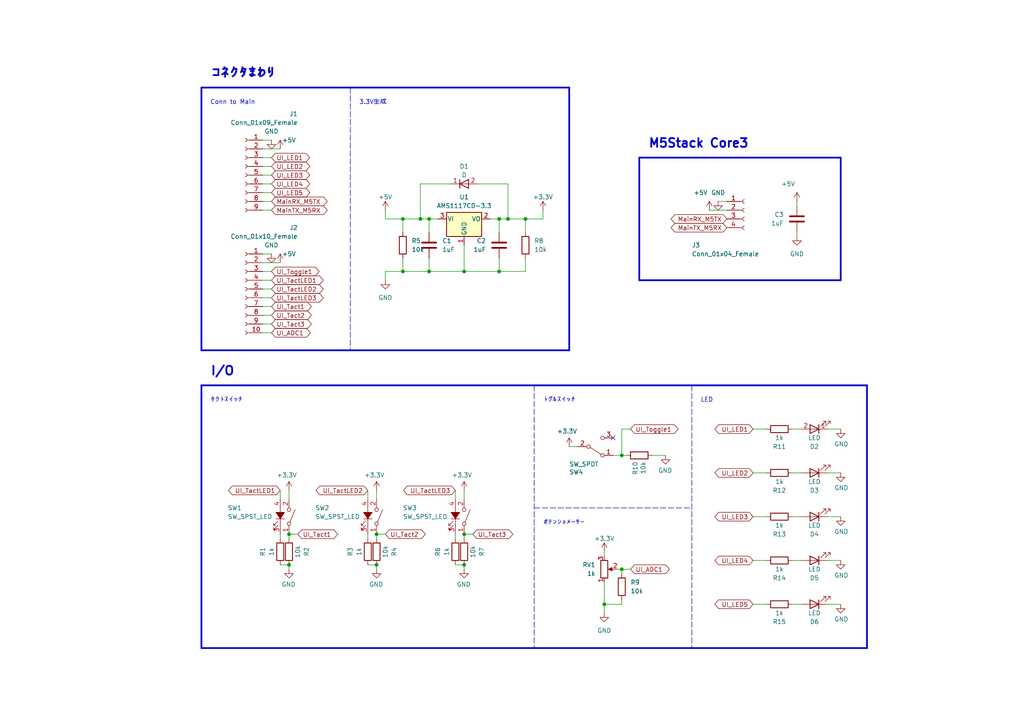
<source format=kicad_sch>
(kicad_sch (version 20211123) (generator eeschema)
  (paper "A4")
  (lib_symbols
    (symbol "Connector:Conn_01x04_Female" (pin_names (offset 1.016) hide)
      (property "Reference" "J" (at 0 5.08 0))
      (property "Value" "Conn_01x04_Female" (at 0 -7.62 0))
      (symbol "Conn_01x04_Female_1_1"
        (arc (start 0 -4.572) (mid -0.508 -5.08) (end 0 -5.588) (stroke (width 0.1524)))
        (arc (start 0 -2.032) (mid -0.508 -2.54) (end 0 -3.048) (stroke (width 0.1524)))
        (polyline (pts (xy -1.27 -5.08) (xy -0.508 -5.08)) (stroke (width 0.1524)))
        (polyline (pts (xy -1.27 -2.54) (xy -0.508 -2.54)) (stroke (width 0.1524)))
        (polyline (pts (xy -1.27 0) (xy -0.508 0)) (stroke (width 0.1524)))
        (polyline (pts (xy -1.27 2.54) (xy -0.508 2.54)) (stroke (width 0.1524)))
        (arc (start 0 0.508) (mid -0.508 0) (end 0 -0.508) (stroke (width 0.1524)))
        (arc (start 0 3.048) (mid -0.508 2.54) (end 0 2.032) (stroke (width 0.1524)))
        (pin passive line (at -5.08 2.54 0) (length 3.81) (name "Pin_1") (number "1"))
        (pin passive line (at -5.08 0 0) (length 3.81) (name "Pin_2") (number "2"))
        (pin passive line (at -5.08 -2.54 0) (length 3.81) (name "Pin_3") (number "3"))
        (pin passive line (at -5.08 -5.08 0) (length 3.81) (name "Pin_4") (number "4"))
      )
    )
    (symbol "Connector:Conn_01x09_Female" (pin_names (offset 1.016) hide)
      (property "Reference" "J" (at 0 12.7 0))
      (property "Value" "Conn_01x09_Female" (at 0 -12.7 0))
      (symbol "Conn_01x09_Female_1_1"
        (arc (start 0 -9.652) (mid -0.508 -10.16) (end 0 -10.668) (stroke (width 0.1524)))
        (arc (start 0 -7.112) (mid -0.508 -7.62) (end 0 -8.128) (stroke (width 0.1524)))
        (arc (start 0 -4.572) (mid -0.508 -5.08) (end 0 -5.588) (stroke (width 0.1524)))
        (arc (start 0 -2.032) (mid -0.508 -2.54) (end 0 -3.048) (stroke (width 0.1524)))
        (polyline (pts (xy -1.27 -10.16) (xy -0.508 -10.16)) (stroke (width 0.1524)))
        (polyline (pts (xy -1.27 -7.62) (xy -0.508 -7.62)) (stroke (width 0.1524)))
        (polyline (pts (xy -1.27 -5.08) (xy -0.508 -5.08)) (stroke (width 0.1524)))
        (polyline (pts (xy -1.27 -2.54) (xy -0.508 -2.54)) (stroke (width 0.1524)))
        (polyline (pts (xy -1.27 0) (xy -0.508 0)) (stroke (width 0.1524)))
        (polyline (pts (xy -1.27 2.54) (xy -0.508 2.54)) (stroke (width 0.1524)))
        (polyline (pts (xy -1.27 5.08) (xy -0.508 5.08)) (stroke (width 0.1524)))
        (polyline (pts (xy -1.27 7.62) (xy -0.508 7.62)) (stroke (width 0.1524)))
        (polyline (pts (xy -1.27 10.16) (xy -0.508 10.16)) (stroke (width 0.1524)))
        (arc (start 0 0.508) (mid -0.508 0) (end 0 -0.508) (stroke (width 0.1524)))
        (arc (start 0 3.048) (mid -0.508 2.54) (end 0 2.032) (stroke (width 0.1524)))
        (arc (start 0 5.588) (mid -0.508 5.08) (end 0 4.572) (stroke (width 0.1524)))
        (arc (start 0 8.128) (mid -0.508 7.62) (end 0 7.112) (stroke (width 0.1524)))
        (arc (start 0 10.668) (mid -0.508 10.16) (end 0 9.652) (stroke (width 0.1524)))
        (pin passive line (at -5.08 10.16 0) (length 3.81) (name "Pin_1") (number "1"))
        (pin passive line (at -5.08 7.62 0) (length 3.81) (name "Pin_2") (number "2"))
        (pin passive line (at -5.08 5.08 0) (length 3.81) (name "Pin_3") (number "3"))
        (pin passive line (at -5.08 2.54 0) (length 3.81) (name "Pin_4") (number "4"))
        (pin passive line (at -5.08 0 0) (length 3.81) (name "Pin_5") (number "5"))
        (pin passive line (at -5.08 -2.54 0) (length 3.81) (name "Pin_6") (number "6"))
        (pin passive line (at -5.08 -5.08 0) (length 3.81) (name "Pin_7") (number "7"))
        (pin passive line (at -5.08 -7.62 0) (length 3.81) (name "Pin_8") (number "8"))
        (pin passive line (at -5.08 -10.16 0) (length 3.81) (name "Pin_9") (number "9"))
      )
    )
    (symbol "Connector:Conn_01x10_Female" (pin_names (offset 1.016) hide)
      (property "Reference" "J" (at 0 12.7 0))
      (property "Value" "Conn_01x10_Female" (at 0 -15.24 0))
      (symbol "Conn_01x10_Female_1_1"
        (arc (start 0 -12.192) (mid -0.508 -12.7) (end 0 -13.208) (stroke (width 0.1524)))
        (arc (start 0 -9.652) (mid -0.508 -10.16) (end 0 -10.668) (stroke (width 0.1524)))
        (arc (start 0 -7.112) (mid -0.508 -7.62) (end 0 -8.128) (stroke (width 0.1524)))
        (arc (start 0 -4.572) (mid -0.508 -5.08) (end 0 -5.588) (stroke (width 0.1524)))
        (arc (start 0 -2.032) (mid -0.508 -2.54) (end 0 -3.048) (stroke (width 0.1524)))
        (polyline (pts (xy -1.27 -12.7) (xy -0.508 -12.7)) (stroke (width 0.1524)))
        (polyline (pts (xy -1.27 -10.16) (xy -0.508 -10.16)) (stroke (width 0.1524)))
        (polyline (pts (xy -1.27 -7.62) (xy -0.508 -7.62)) (stroke (width 0.1524)))
        (polyline (pts (xy -1.27 -5.08) (xy -0.508 -5.08)) (stroke (width 0.1524)))
        (polyline (pts (xy -1.27 -2.54) (xy -0.508 -2.54)) (stroke (width 0.1524)))
        (polyline (pts (xy -1.27 0) (xy -0.508 0)) (stroke (width 0.1524)))
        (polyline (pts (xy -1.27 2.54) (xy -0.508 2.54)) (stroke (width 0.1524)))
        (polyline (pts (xy -1.27 5.08) (xy -0.508 5.08)) (stroke (width 0.1524)))
        (polyline (pts (xy -1.27 7.62) (xy -0.508 7.62)) (stroke (width 0.1524)))
        (polyline (pts (xy -1.27 10.16) (xy -0.508 10.16)) (stroke (width 0.1524)))
        (arc (start 0 0.508) (mid -0.508 0) (end 0 -0.508) (stroke (width 0.1524)))
        (arc (start 0 3.048) (mid -0.508 2.54) (end 0 2.032) (stroke (width 0.1524)))
        (arc (start 0 5.588) (mid -0.508 5.08) (end 0 4.572) (stroke (width 0.1524)))
        (arc (start 0 8.128) (mid -0.508 7.62) (end 0 7.112) (stroke (width 0.1524)))
        (arc (start 0 10.668) (mid -0.508 10.16) (end 0 9.652) (stroke (width 0.1524)))
        (pin passive line (at -5.08 10.16 0) (length 3.81) (name "Pin_1") (number "1"))
        (pin passive line (at -5.08 -12.7 0) (length 3.81) (name "Pin_10") (number "10"))
        (pin passive line (at -5.08 7.62 0) (length 3.81) (name "Pin_2") (number "2"))
        (pin passive line (at -5.08 5.08 0) (length 3.81) (name "Pin_3") (number "3"))
        (pin passive line (at -5.08 2.54 0) (length 3.81) (name "Pin_4") (number "4"))
        (pin passive line (at -5.08 0 0) (length 3.81) (name "Pin_5") (number "5"))
        (pin passive line (at -5.08 -2.54 0) (length 3.81) (name "Pin_6") (number "6"))
        (pin passive line (at -5.08 -5.08 0) (length 3.81) (name "Pin_7") (number "7"))
        (pin passive line (at -5.08 -7.62 0) (length 3.81) (name "Pin_8") (number "8"))
        (pin passive line (at -5.08 -10.16 0) (length 3.81) (name "Pin_9") (number "9"))
      )
    )
    (symbol "D_3" (pin_names (offset 1.016) hide)
      (property "Reference" "D" (at 0 2.54 0))
      (property "Value" "D_3" (at 0 -2.54 0))
      (symbol "D_3_0_1"
        (polyline (pts (xy -1.27 1.27) (xy -1.27 -1.27)) (stroke (width 0.254)))
        (polyline (pts (xy 1.27 0) (xy -1.27 0)))
        (polyline (pts (xy 1.27 1.27) (xy 1.27 -1.27) (xy -1.27 0) (xy 1.27 1.27)) (stroke (width 0.254)))
      )
      (symbol "D_3_1_1"
        (pin passive line (at -3.81 0 0) (length 2.54) (name "K") (number "1"))
        (pin passive line (at 3.81 0 180) (length 2.54) (name "A") (number "2"))
      )
    )
    (symbol "Device:C" (pin_numbers hide) (pin_names (offset 0.254))
      (property "Reference" "C" (at 0.635 2.54 0))
      (property "Value" "C" (at 0.635 -2.54 0))
      (symbol "C_0_1"
        (polyline (pts (xy -2.032 -0.762) (xy 2.032 -0.762)) (stroke (width 0.508)))
        (polyline (pts (xy -2.032 0.762) (xy 2.032 0.762)) (stroke (width 0.508)))
      )
      (symbol "C_1_1"
        (pin passive line (at 0 3.81 270) (length 2.794) (name "~") (number "1"))
        (pin passive line (at 0 -3.81 90) (length 2.794) (name "~") (number "2"))
      )
    )
    (symbol "Device:LED" (pin_numbers hide) (pin_names (offset 1.016) hide)
      (property "Reference" "D" (at 0 2.54 0))
      (property "Value" "LED" (at 0 -2.54 0))
      (symbol "LED_0_1"
        (polyline (pts (xy -1.27 -1.27) (xy -1.27 1.27)) (stroke (width 0.254)))
        (polyline (pts (xy -1.27 0) (xy 1.27 0)))
        (polyline (pts (xy 1.27 -1.27) (xy 1.27 1.27) (xy -1.27 0) (xy 1.27 -1.27)) (stroke (width 0.254)))
        (polyline (pts (xy -3.048 -0.762) (xy -4.572 -2.286) (xy -3.81 -2.286) (xy -4.572 -2.286) (xy -4.572 -1.524)))
        (polyline (pts (xy -1.778 -0.762) (xy -3.302 -2.286) (xy -2.54 -2.286) (xy -3.302 -2.286) (xy -3.302 -1.524)))
      )
      (symbol "LED_1_1"
        (pin passive line (at -3.81 0 0) (length 2.54) (name "K") (number "1"))
        (pin passive line (at 3.81 0 180) (length 2.54) (name "A") (number "2"))
      )
    )
    (symbol "Device:R" (pin_numbers hide) (pin_names (offset 0))
      (property "Reference" "R" (at 2.032 0 90))
      (property "Value" "R" (at 0 0 90))
      (symbol "R_0_1"
        (rectangle (start -1.016 -2.54) (end 1.016 2.54) (stroke (width 0.254)))
      )
      (symbol "R_1_1"
        (pin passive line (at 0 3.81 270) (length 1.27) (name "~") (number "1"))
        (pin passive line (at 0 -3.81 90) (length 1.27) (name "~") (number "2"))
      )
    )
    (symbol "Device:R_Potentiometer" (pin_names (offset 1.016) hide)
      (property "Reference" "RV" (at -4.445 0 90))
      (property "Value" "R_Potentiometer" (at -2.54 0 90))
      (symbol "R_Potentiometer_0_1"
        (polyline (pts (xy 2.54 0) (xy 1.524 0)))
        (polyline (pts (xy 1.143 0) (xy 2.286 0.508) (xy 2.286 -0.508) (xy 1.143 0)) (fill (type outline)))
        (rectangle (start 1.016 2.54) (end -1.016 -2.54) (stroke (width 0.254)))
      )
      (symbol "R_Potentiometer_1_1"
        (pin passive line (at 0 3.81 270) (length 1.27) (name "1") (number "1"))
        (pin passive line (at 3.81 0 180) (length 1.27) (name "2") (number "2"))
        (pin passive line (at 0 -3.81 90) (length 1.27) (name "3") (number "3"))
      )
    )
    (symbol "LED_1" (pin_names (offset 1.016) hide)
      (property "Reference" "D" (at 0 2.54 0))
      (property "Value" "LED_1" (at 0 -2.54 0))
      (symbol "LED_1_0_1"
        (polyline (pts (xy -1.27 -1.27) (xy -1.27 1.27)) (stroke (width 0.254)))
        (polyline (pts (xy -1.27 0) (xy 1.27 0)))
        (polyline (pts (xy 1.27 -1.27) (xy 1.27 1.27) (xy -1.27 0) (xy 1.27 -1.27)) (stroke (width 0.254)))
        (polyline (pts (xy -3.048 -0.762) (xy -4.572 -2.286) (xy -3.81 -2.286) (xy -4.572 -2.286) (xy -4.572 -1.524)))
        (polyline (pts (xy -1.778 -0.762) (xy -3.302 -2.286) (xy -2.54 -2.286) (xy -3.302 -2.286) (xy -3.302 -1.524)))
      )
      (symbol "LED_1_1_1"
        (pin passive line (at -3.81 0 0) (length 2.54) (name "K") (number "1"))
        (pin passive line (at 3.81 0 180) (length 2.54) (name "A") (number "2"))
      )
    )
    (symbol "Regulator_Linear:AMS1117CD-3.3" (pin_names (offset 0.254))
      (property "Reference" "U" (at -3.81 3.175 0))
      (property "Value" "AMS1117CD-3.3" (at 0 3.175 0))
      (symbol "AMS1117CD-3.3_0_1"
        (rectangle (start -5.08 -5.08) (end 5.08 1.905) (stroke (width 0.254)) (fill (type background)))
      )
      (symbol "AMS1117CD-3.3_1_1"
        (pin power_in line (at 0 -7.62 90) (length 2.54) (name "GND") (number "1"))
        (pin power_out line (at 7.62 0 180) (length 2.54) (name "VO") (number "2"))
        (pin power_in line (at -7.62 0 0) (length 2.54) (name "VI") (number "3"))
      )
    )
    (symbol "Switch:SW_SPDT" (pin_names (offset 0) hide)
      (property "Reference" "SW" (at 0 4.318 0))
      (property "Value" "SW_SPDT" (at 0 -5.08 0))
      (symbol "SW_SPDT_0_0"
        (circle (center -2.032 0) (radius 0.508))
        (circle (center 2.032 -2.54) (radius 0.508))
      )
      (symbol "SW_SPDT_0_1"
        (polyline (pts (xy -1.524 0.254) (xy 1.651 2.286)))
        (circle (center 2.032 2.54) (radius 0.508))
      )
      (symbol "SW_SPDT_1_1"
        (pin passive line (at 5.08 2.54 180) (length 2.54) (name "A") (number "1"))
        (pin passive line (at -5.08 0 0) (length 2.54) (name "B") (number "2"))
        (pin passive line (at 5.08 -2.54 180) (length 2.54) (name "C") (number "3"))
      )
    )
    (symbol "Switch:SW_SPST_LED" (pin_names (offset 1.016) hide)
      (property "Reference" "SW" (at 0.635 5.715 0))
      (property "Value" "SW_SPST_LED" (at 0 -3.175 0))
      (symbol "SW_SPST_LED_0_0"
        (polyline (pts (xy -3.81 -1.905) (xy -2.54 -0.635)))
        (polyline (pts (xy -2.54 -1.905) (xy -1.27 -0.635)))
        (polyline (pts (xy -2.54 0) (xy 2.54 0)))
        (polyline (pts (xy -0.635 1.27) (xy -0.635 -1.27)))
        (polyline (pts (xy -3.81 -1.27) (xy -3.81 -1.905) (xy -3.175 -1.905)))
        (polyline (pts (xy -2.54 -1.27) (xy -2.54 -1.905) (xy -1.905 -1.905)))
        (polyline (pts (xy -0.635 0) (xy 1.27 1.27) (xy 1.27 -1.27) (xy -0.635 0)) (fill (type outline)))
      )
      (symbol "SW_SPST_LED_0_1"
        (circle (center -2.032 2.54) (radius 0.508))
        (polyline (pts (xy -1.524 2.794) (xy 2.032 4.318)))
        (circle (center 2.032 2.54) (radius 0.508))
        (pin passive line (at -5.08 2.54 0) (length 2.54) (name "1") (number "1"))
        (pin passive line (at 5.08 2.54 180) (length 2.54) (name "2") (number "2"))
        (pin passive line (at -5.08 0 0) (length 2.54) (name "K") (number "3"))
        (pin passive line (at 5.08 0 180) (length 2.54) (name "A") (number "4"))
      )
    )
    (symbol "power:+3.3V" (power) (pin_names (offset 0))
      (property "Value" "+3.3V" (at 0 3.556 0))
      (symbol "+3.3V_0_1"
        (polyline (pts (xy -0.762 1.27) (xy 0 2.54)))
        (polyline (pts (xy 0 0) (xy 0 2.54)))
        (polyline (pts (xy 0 2.54) (xy 0.762 1.27)))
      )
      (symbol "+3.3V_1_1"
        (pin power_in line (at 0 0 90) (length 0) hide (name "+3.3V") (number "1"))
      )
    )
    (symbol "power:+5V" (power) (pin_names (offset 0))
      (property "Value" "+5V" (at 0 3.556 0))
      (symbol "+5V_0_1"
        (polyline (pts (xy -0.762 1.27) (xy 0 2.54)))
        (polyline (pts (xy 0 0) (xy 0 2.54)))
        (polyline (pts (xy 0 2.54) (xy 0.762 1.27)))
      )
      (symbol "+5V_1_1"
        (pin power_in line (at 0 0 90) (length 0) hide (name "+5V") (number "1"))
      )
    )
    (symbol "power:GND" (power) (pin_names (offset 0))
      (property "Value" "GND" (at 0 -3.81 0))
      (symbol "GND_0_1"
        (polyline (pts (xy 0 0) (xy 0 -1.27) (xy 1.27 -1.27) (xy 0 -2.54) (xy -1.27 -1.27) (xy 0 -1.27)))
      )
      (symbol "GND_1_1"
        (pin power_in line (at 0 0 270) (length 0) hide (name "GND") (number "1"))
      )
    )
  )
  (junction (at 180.34 132.08))
  (junction (at 109.22 163.83))
  (junction (at 134.62 163.83))
  (junction (at 144.78 78.74))
  (junction (at 152.4 63.5))
  (junction (at 116.84 63.5))
  (junction (at 124.46 63.5))
  (junction (at 109.22 154.94))
  (junction (at 124.46 78.74))
  (junction (at 180.34 165.1))
  (junction (at 144.78 63.5))
  (junction (at 121.92 63.5))
  (junction (at 83.82 163.83))
  (junction (at 175.26 175.26))
  (junction (at 134.62 78.74))
  (junction (at 134.62 154.94))
  (junction (at 147.32 63.5))
  (junction (at 116.84 78.74))
  (junction (at 83.82 154.94))
  (no_connect (at 177.8 127))
  (wire (pts (xy 76.2 88.9) (xy 78.74 88.9)))
  (wire (pts (xy 175.26 175.26) (xy 175.26 177.8)))
  (wire (pts (xy 240.03 162.56) (xy 243.84 162.56)))
  (wire (pts (xy 218.44 124.46) (xy 222.25 124.46)))
  (wire (pts (xy 81.28 154.94) (xy 81.28 156.21)))
  (wire (pts (xy 205.74 60.96) (xy 210.82 60.96)))
  (polyline (pts (xy 185.42 45.72) (xy 243.84 45.72)) (stroke (width 0.5) (type solid)))
  (wire (pts (xy 121.92 63.5) (xy 124.46 63.5)))
  (wire (pts (xy 180.34 165.1) (xy 182.88 165.1)))
  (wire (pts (xy 218.44 162.56) (xy 222.25 162.56)))
  (wire (pts (xy 106.68 154.94) (xy 106.68 156.21)))
  (wire (pts (xy 76.2 45.72) (xy 78.74 45.72)))
  (wire (pts (xy 218.44 149.86) (xy 222.25 149.86)))
  (wire (pts (xy 165.1 129.54) (xy 167.64 129.54)))
  (wire (pts (xy 76.2 93.98) (xy 78.74 93.98)))
  (wire (pts (xy 175.26 160.02) (xy 175.26 161.29)))
  (wire (pts (xy 124.46 78.74) (xy 134.62 78.74)))
  (wire (pts (xy 76.2 53.34) (xy 78.74 53.34)))
  (wire (pts (xy 180.34 132.08) (xy 181.61 132.08)))
  (wire (pts (xy 134.62 71.12) (xy 134.62 78.74)))
  (wire (pts (xy 124.46 74.93) (xy 124.46 78.74)))
  (wire (pts (xy 147.32 63.5) (xy 152.4 63.5)))
  (wire (pts (xy 76.2 50.8) (xy 78.74 50.8)))
  (wire (pts (xy 106.68 142.24) (xy 106.68 144.78)))
  (wire (pts (xy 83.82 142.24) (xy 83.82 144.78)))
  (wire (pts (xy 218.44 175.26) (xy 222.25 175.26)))
  (polyline (pts (xy 154.94 147.32) (xy 200.66 147.32)))
  (wire (pts (xy 121.92 53.34) (xy 121.92 63.5)))
  (wire (pts (xy 229.87 175.26) (xy 232.41 175.26)))
  (polyline (pts (xy 58.42 101.6) (xy 165.1 101.6)) (stroke (width 0.5) (type solid)))
  (wire (pts (xy 240.03 124.46) (xy 243.84 124.46)))
  (wire (pts (xy 111.76 60.96) (xy 111.76 63.5)))
  (wire (pts (xy 109.22 154.94) (xy 111.76 154.94)))
  (wire (pts (xy 152.4 63.5) (xy 152.4 67.31)))
  (polyline (pts (xy 165.1 101.6) (xy 165.1 25.4)) (stroke (width 0.5) (type solid)))
  (wire (pts (xy 124.46 63.5) (xy 127 63.5)))
  (polyline (pts (xy 243.84 81.28) (xy 243.84 45.72)) (stroke (width 0.5) (type solid)))
  (wire (pts (xy 111.76 78.74) (xy 116.84 78.74)))
  (wire (pts (xy 76.2 83.82) (xy 78.74 83.82)))
  (wire (pts (xy 182.88 124.46) (xy 180.34 124.46)))
  (wire (pts (xy 229.87 149.86) (xy 232.41 149.86)))
  (wire (pts (xy 76.2 55.88) (xy 78.74 55.88)))
  (wire (pts (xy 180.34 165.1) (xy 180.34 166.37)))
  (wire (pts (xy 180.34 173.99) (xy 180.34 175.26)))
  (wire (pts (xy 210.82 58.42) (xy 208.28 58.42)))
  (wire (pts (xy 134.62 154.94) (xy 134.62 156.21)))
  (wire (pts (xy 240.03 149.86) (xy 243.84 149.86)))
  (wire (pts (xy 76.2 81.28) (xy 78.74 81.28)))
  (wire (pts (xy 142.24 63.5) (xy 144.78 63.5)))
  (wire (pts (xy 116.84 63.5) (xy 116.84 67.31)))
  (polyline (pts (xy 154.94 111.76) (xy 154.94 187.96)))
  (wire (pts (xy 76.2 40.64) (xy 78.74 40.64)))
  (polyline (pts (xy 58.42 111.76) (xy 251.46 111.76)) (stroke (width 0.5) (type solid)))
  (wire (pts (xy 76.2 43.18) (xy 81.28 43.18)))
  (wire (pts (xy 179.07 165.1) (xy 180.34 165.1)))
  (wire (pts (xy 111.76 78.74) (xy 111.76 81.28)))
  (wire (pts (xy 83.82 165.1) (xy 83.82 163.83)))
  (polyline (pts (xy 185.42 45.72) (xy 185.42 81.28)) (stroke (width 0.5) (type solid)))
  (wire (pts (xy 180.34 124.46) (xy 180.34 132.08)))
  (wire (pts (xy 157.48 60.96) (xy 157.48 63.5)))
  (wire (pts (xy 134.62 142.24) (xy 134.62 144.78)))
  (wire (pts (xy 76.2 76.2) (xy 81.28 76.2)))
  (polyline (pts (xy 101.6 25.4) (xy 101.6 101.6)))
  (wire (pts (xy 109.22 163.83) (xy 106.68 163.83)))
  (wire (pts (xy 121.92 53.34) (xy 130.81 53.34)))
  (wire (pts (xy 144.78 74.93) (xy 144.78 78.74)))
  (wire (pts (xy 132.08 154.94) (xy 132.08 156.21)))
  (wire (pts (xy 76.2 78.74) (xy 78.74 78.74)))
  (wire (pts (xy 134.62 165.1) (xy 134.62 163.83)))
  (wire (pts (xy 177.8 132.08) (xy 180.34 132.08)))
  (wire (pts (xy 116.84 78.74) (xy 124.46 78.74)))
  (wire (pts (xy 240.03 175.26) (xy 243.84 175.26)))
  (wire (pts (xy 109.22 142.24) (xy 109.22 144.78)))
  (wire (pts (xy 180.34 175.26) (xy 175.26 175.26)))
  (polyline (pts (xy 251.46 187.96) (xy 251.46 111.76)) (stroke (width 0.5) (type solid)))
  (polyline (pts (xy 58.42 111.76) (xy 58.42 187.96)) (stroke (width 0.5) (type solid)))
  (wire (pts (xy 134.62 163.83) (xy 132.08 163.83)))
  (wire (pts (xy 134.62 154.94) (xy 137.16 154.94)))
  (polyline (pts (xy 58.42 187.96) (xy 251.46 187.96)) (stroke (width 0.5) (type solid)))
  (wire (pts (xy 124.46 63.5) (xy 124.46 67.31)))
  (wire (pts (xy 83.82 154.94) (xy 86.36 154.94)))
  (wire (pts (xy 229.87 162.56) (xy 232.41 162.56)))
  (wire (pts (xy 147.32 53.34) (xy 147.32 63.5)))
  (wire (pts (xy 76.2 48.26) (xy 78.74 48.26)))
  (wire (pts (xy 189.23 132.08) (xy 193.04 132.08)))
  (wire (pts (xy 81.28 142.24) (xy 81.28 144.78)))
  (wire (pts (xy 116.84 63.5) (xy 121.92 63.5)))
  (wire (pts (xy 76.2 73.66) (xy 78.74 73.66)))
  (polyline (pts (xy 58.42 25.4) (xy 165.1 25.4)) (stroke (width 0.5) (type solid)))
  (wire (pts (xy 76.2 86.36) (xy 78.74 86.36)))
  (wire (pts (xy 152.4 74.93) (xy 152.4 78.74)))
  (polyline (pts (xy 185.42 81.28) (xy 243.84 81.28)) (stroke (width 0.5) (type solid)))
  (wire (pts (xy 229.87 137.16) (xy 232.41 137.16)))
  (wire (pts (xy 116.84 74.93) (xy 116.84 78.74)))
  (wire (pts (xy 218.44 137.16) (xy 222.25 137.16)))
  (wire (pts (xy 134.62 78.74) (xy 144.78 78.74)))
  (wire (pts (xy 144.78 63.5) (xy 144.78 67.31)))
  (wire (pts (xy 111.76 63.5) (xy 116.84 63.5)))
  (wire (pts (xy 175.26 168.91) (xy 175.26 175.26)))
  (wire (pts (xy 144.78 78.74) (xy 152.4 78.74)))
  (wire (pts (xy 109.22 154.94) (xy 109.22 156.21)))
  (wire (pts (xy 152.4 63.5) (xy 157.48 63.5)))
  (wire (pts (xy 83.82 154.94) (xy 83.82 156.21)))
  (wire (pts (xy 231.14 58.42) (xy 231.14 59.69)))
  (wire (pts (xy 109.22 165.1) (xy 109.22 163.83)))
  (wire (pts (xy 76.2 96.52) (xy 78.74 96.52)))
  (wire (pts (xy 144.78 63.5) (xy 147.32 63.5)))
  (wire (pts (xy 231.14 67.31) (xy 231.14 68.58)))
  (wire (pts (xy 76.2 58.42) (xy 78.74 58.42)))
  (wire (pts (xy 229.87 124.46) (xy 232.41 124.46)))
  (polyline (pts (xy 58.42 25.4) (xy 58.42 101.6)) (stroke (width 0.5) (type solid)))
  (wire (pts (xy 138.43 53.34) (xy 147.32 53.34)))
  (wire (pts (xy 76.2 91.44) (xy 78.74 91.44)))
  (wire (pts (xy 76.2 60.96) (xy 78.74 60.96)))
  (wire (pts (xy 240.03 137.16) (xy 243.84 137.16)))
  (polyline (pts (xy 200.66 111.76) (xy 200.66 187.96)))
  (wire (pts (xy 132.08 142.24) (xy 132.08 144.78)))
  (wire (pts (xy 83.82 163.83) (xy 81.28 163.83)))
  (text "3.3V生成" (at 104.14 30.48 0) (effects (font (size 1.27 1.27)) (justify left bottom)))
  (text "Conn to Main" (at 60.96 30.48 0) (effects (font (size 1.27 1.27)) (justify left bottom)))
  (text "タクトスイッチ" (at 60.96 116.84 0) (effects (font (size 1.27 1.27)) (justify left bottom)))
  (text "ポテンショメーター" (at 157.48 152.4 0) (effects (font (size 1.27 1.27)) (justify left bottom)))
  (text "トグルスイッチ" (at 157.48 116.84 0) (effects (font (size 1.27 1.27)) (justify left bottom)))
  (text "I/O" (at 60.96 109.22 0) (effects (font (size 2.54 2.54) (thickness 0.508) bold) (justify left bottom)))
  (text "LED" (at 203.2 116.84 0) (effects (font (size 1.27 1.27)) (justify left bottom)))
  (text "コネクタまわり" (at 60.96 22.86 0) (effects (font (size 2.54 2.54) (thickness 0.508) bold) (justify left bottom)))
  (text "M5Stack Core3" (at 187.96 43.18 0) (effects (font (size 2.54 2.54) bold) (justify left bottom)))
  (global_label "UI_ADC1" (shape bidirectional) (at 78.74 96.52 0) (property "Intersheet References" "${INTERSHEET_REFS}" (effects hide)))
  (global_label "MainTX_M5RX" (shape bidirectional) (at 210.82 66.04 180) (property "Intersheet References" "${INTERSHEET_REFS}" (effects hide)))
  (global_label "UI_Tact2" (shape bidirectional) (at 78.74 91.44 0) (property "Intersheet References" "${INTERSHEET_REFS}" (effects hide)))
  (global_label "UI_LED1" (shape bidirectional) (at 78.74 45.72 0) (property "Intersheet References" "${INTERSHEET_REFS}" (effects hide)))
  (global_label "UI_Tact1" (shape bidirectional) (at 78.74 88.9 0) (property "Intersheet References" "${INTERSHEET_REFS}" (effects hide)))
  (global_label "MainRX_M5TX" (shape bidirectional) (at 210.82 63.5 180) (property "Intersheet References" "${INTERSHEET_REFS}" (effects hide)))
  (global_label "UI_Tact2" (shape bidirectional) (at 111.76 154.94 0) (property "Intersheet References" "${INTERSHEET_REFS}" (effects hide)))
  (global_label "UI_Toggle1" (shape bidirectional) (at 182.88 124.46 0) (property "Intersheet References" "${INTERSHEET_REFS}" (effects hide)))
  (global_label "UI_LED3" (shape bidirectional) (at 218.44 149.86 180) (property "Intersheet References" "${INTERSHEET_REFS}" (effects hide)))
  (global_label "UI_LED2" (shape bidirectional) (at 218.44 137.16 180) (property "Intersheet References" "${INTERSHEET_REFS}" (effects hide)))
  (global_label "UI_LED3" (shape bidirectional) (at 78.74 50.8 0) (property "Intersheet References" "${INTERSHEET_REFS}" (effects hide)))
  (global_label "UI_LED4" (shape bidirectional) (at 78.74 53.34 0) (property "Intersheet References" "${INTERSHEET_REFS}" (effects hide)))
  (global_label "UI_Tact3" (shape bidirectional) (at 78.74 93.98 0) (property "Intersheet References" "${INTERSHEET_REFS}" (effects hide)))
  (global_label "UI_Tact3" (shape bidirectional) (at 137.16 154.94 0) (property "Intersheet References" "${INTERSHEET_REFS}" (effects hide)))
  (global_label "UI_ADC1" (shape bidirectional) (at 182.88 165.1 0) (property "Intersheet References" "${INTERSHEET_REFS}" (effects hide)))
  (global_label "UI_LED5" (shape bidirectional) (at 78.74 55.88 0) (property "Intersheet References" "${INTERSHEET_REFS}" (effects hide)))
  (global_label "UI_TactLED2" (shape bidirectional) (at 78.74 83.82 0) (property "Intersheet References" "${INTERSHEET_REFS}" (effects hide)))
  (global_label "UI_TactLED3" (shape bidirectional) (at 132.08 142.24 180) (property "Intersheet References" "${INTERSHEET_REFS}" (effects hide)))
  (global_label "MainRX_M5TX" (shape bidirectional) (at 78.74 58.42 0) (property "Intersheet References" "${INTERSHEET_REFS}" (effects hide)))
  (global_label "UI_LED2" (shape bidirectional) (at 78.74 48.26 0) (property "Intersheet References" "${INTERSHEET_REFS}" (effects hide)))
  (global_label "UI_TactLED1" (shape bidirectional) (at 78.74 81.28 0) (property "Intersheet References" "${INTERSHEET_REFS}" (effects hide)))
  (global_label "UI_Toggle1" (shape bidirectional) (at 78.74 78.74 0) (property "Intersheet References" "${INTERSHEET_REFS}" (effects hide)))
  (global_label "UI_LED4" (shape bidirectional) (at 218.44 162.56 180) (property "Intersheet References" "${INTERSHEET_REFS}" (effects hide)))
  (global_label "UI_LED1" (shape bidirectional) (at 218.44 124.46 180) (property "Intersheet References" "${INTERSHEET_REFS}" (effects hide)))
  (global_label "UI_Tact1" (shape bidirectional) (at 86.36 154.94 0) (property "Intersheet References" "${INTERSHEET_REFS}" (effects hide)))
  (global_label "UI_LED5" (shape bidirectional) (at 218.44 175.26 180) (property "Intersheet References" "${INTERSHEET_REFS}" (effects hide)))
  (global_label "UI_TactLED2" (shape bidirectional) (at 106.68 142.24 180) (property "Intersheet References" "${INTERSHEET_REFS}" (effects hide)))
  (global_label "MainTX_M5RX" (shape bidirectional) (at 78.74 60.96 0) (property "Intersheet References" "${INTERSHEET_REFS}" (effects hide)))
  (global_label "UI_TactLED3" (shape bidirectional) (at 78.74 86.36 0) (property "Intersheet References" "${INTERSHEET_REFS}" (effects hide)))
  (global_label "UI_TactLED1" (shape bidirectional) (at 81.28 142.24 180) (property "Intersheet References" "${INTERSHEET_REFS}" (effects hide)))
  (symbol (lib_id "power:GND") (at 111.76 81.28 0) (unit 1)
    (property "Reference" "#PWR010" (effects hide))
    (property "Value" "GND" (at 111.76 86.36 0))
  )
  (symbol (lib_name "LED_1") (lib_id "Device:LED") (at 236.22 124.46 180) (unit 1)
    (property "Reference" "D2" (at 236.22 129.54 0))
    (property "Value" "LED" (at 236.22 127 0))
    (property "Footprint" "LED_THT:LED_D5.0mm" (effects hide))
  )
  (symbol (lib_id "Device:R") (at 226.06 149.86 270) (mirror x) (unit 1)
    (property "Reference" "R13" (at 226.06 154.94 90))
    (property "Value" "1k" (at 226.06 152.4 90))
    (property "Footprint" "Resistor_SMD:R_0603_1608Metric_Pad0.98x0.95mm_HandSolder" (effects hide))
  )
  (symbol (lib_id "Device:R") (at 109.22 160.02 0) (mirror x) (unit 1)
    (property "Reference" "R4" (at 114.3 160.02 90))
    (property "Value" "10k" (at 111.76 160.02 90))
    (property "Footprint" "Resistor_SMD:R_0603_1608Metric_Pad0.98x0.95mm_HandSolder" (effects hide))
  )
  (symbol (lib_id "Switch:SW_SPDT") (at 172.72 129.54 0) (mirror x) (unit 1)
    (property "Reference" "SW4" (at 165.1 136.9314 0) (effects (justify left)))
    (property "Value" "SW_SPDT" (at 165.1 134.62 0) (effects (justify left)))
    (property "Footprint" "Toggle_Switch:3P_SPDT_5Pin_ToggleSwitch" (effects hide))
  )
  (symbol (lib_id "power:GND") (at 243.84 124.46 0) (mirror y) (unit 1)
    (property "Reference" "#PWR022" (effects hide))
    (property "Value" "GND" (at 244.0305 128.7907 0))
  )
  (symbol (lib_id "power:+3.3V") (at 175.26 160.02 0) (unit 1)
    (property "Reference" "#PWR015" (effects hide))
    (property "Value" "+3.3V" (at 175.26 156.21 0))
  )
  (symbol (lib_id "power:GND") (at 83.82 165.1 0) (mirror y) (unit 1)
    (property "Reference" "#PWR06" (effects hide))
    (property "Value" "GND" (at 83.693 169.4942 0))
  )
  (symbol (lib_id "Device:R") (at 152.4 71.12 180) (unit 1)
    (property "Reference" "R8" (at 154.94 69.8499 0) (effects (justify right)))
    (property "Value" "10k" (at 154.94 72.3899 0) (effects (justify right)))
    (property "Footprint" "Resistor_SMD:R_0603_1608Metric_Pad0.98x0.95mm_HandSolder" (effects hide))
  )
  (symbol (lib_id "Connector:Conn_01x04_Female") (at 215.9 60.96 0) (unit 1)
    (property "Reference" "J3" (at 200.66 71.12 0) (effects (justify left)))
    (property "Value" "Conn_01x04_Female" (at 200.66 73.66 0) (effects (justify left)))
    (property "Footprint" "Connector_Molex:Molex_PicoBlade_53261-0471_1x04-1MP_P1.25mm_Horizontal" (effects hide))
  )
  (symbol (lib_id "Device:R") (at 226.06 162.56 270) (mirror x) (unit 1)
    (property "Reference" "R14" (at 226.06 167.64 90))
    (property "Value" "1k" (at 226.06 165.1 90))
    (property "Footprint" "Resistor_SMD:R_0603_1608Metric_Pad0.98x0.95mm_HandSolder" (effects hide))
  )
  (symbol (lib_id "power:+3.3V") (at 109.22 142.24 0) (unit 1)
    (property "Reference" "#PWR07" (effects hide))
    (property "Value" "+3.3V" (at 108.585 137.795 0))
  )
  (symbol (lib_id "power:GND") (at 231.14 68.58 0) (mirror y) (unit 1)
    (property "Reference" "#PWR021" (effects hide))
    (property "Value" "GND" (at 231.14 73.66 0))
  )
  (symbol (lib_id "Device:R") (at 185.42 132.08 90) (mirror x) (unit 1)
    (property "Reference" "R10" (at 184.2516 133.858 0) (effects (justify left)))
    (property "Value" "10k" (at 186.563 133.858 0) (effects (justify left)))
    (property "Footprint" "Resistor_SMD:R_0603_1608Metric_Pad0.98x0.95mm_HandSolder" (effects hide))
  )
  (symbol (lib_id "Switch:SW_SPST_LED") (at 132.08 149.86 270) (mirror x) (unit 1)
    (property "Reference" "SW3" (at 116.84 147.32 90) (effects (justify left)))
    (property "Value" "SW_SPST_LED" (at 116.84 149.86 90) (effects (justify left)))
    (property "Footprint" "LED_PushSwitch:ST-12-401FC-G" (effects hide))
  )
  (symbol (lib_id "Device:R") (at 134.62 160.02 0) (mirror x) (unit 1)
    (property "Reference" "R7" (at 139.7 160.02 90))
    (property "Value" "10k" (at 137.16 160.02 90))
    (property "Footprint" "Resistor_SMD:R_0603_1608Metric_Pad0.98x0.95mm_HandSolder" (effects hide))
  )
  (symbol (lib_id "Device:R") (at 226.06 175.26 270) (mirror x) (unit 1)
    (property "Reference" "R15" (at 226.06 180.34 90))
    (property "Value" "1k" (at 226.06 177.8 90))
    (property "Footprint" "Resistor_SMD:R_0603_1608Metric_Pad0.98x0.95mm_HandSolder" (effects hide))
  )
  (symbol (lib_id "Switch:SW_SPST_LED") (at 81.28 149.86 270) (mirror x) (unit 1)
    (property "Reference" "SW1" (at 66.04 147.32 90) (effects (justify left)))
    (property "Value" "SW_SPST_LED" (at 66.04 149.86 90) (effects (justify left)))
    (property "Footprint" "LED_PushSwitch:ST-12-401FC-G" (effects hide))
  )
  (symbol (lib_name "D_3") (lib_id "Device:D") (at 134.62 53.34 0) (unit 1)
    (property "Reference" "D1" (at 134.62 48.26 0))
    (property "Value" "D" (at 134.62 50.8 0))
    (property "Footprint" "Diode_SMD:D_SOD-123" (effects hide))
  )
  (symbol (lib_id "power:+5V") (at 111.76 60.96 0) (unit 1)
    (property "Reference" "#PWR09" (effects hide))
    (property "Value" "+5V" (at 111.76 57.15 0))
  )
  (symbol (lib_id "power:+3.3V") (at 134.62 142.24 0) (unit 1)
    (property "Reference" "#PWR011" (effects hide))
    (property "Value" "+3.3V" (at 133.985 137.795 0))
  )
  (symbol (lib_id "Device:R_Potentiometer") (at 175.26 165.1 0) (mirror x) (unit 1)
    (property "Reference" "RV1" (at 172.72 163.8299 0) (effects (justify right)))
    (property "Value" "1k" (at 172.72 166.3699 0) (effects (justify right)))
    (property "Footprint" "Potentiometer:JH16K6B102L20KC-H13" (effects hide))
  )
  (symbol (lib_id "Device:R") (at 132.08 160.02 0) (mirror x) (unit 1)
    (property "Reference" "R6" (at 127 160.02 90))
    (property "Value" "1k" (at 129.54 160.02 90))
    (property "Footprint" "Resistor_SMD:R_0603_1608Metric_Pad0.98x0.95mm_HandSolder" (effects hide))
  )
  (symbol (lib_id "power:+5V") (at 205.74 60.96 0) (mirror y) (unit 1)
    (property "Reference" "#PWR018" (effects hide))
    (property "Value" "+5V" (at 203.2 55.88 0))
  )
  (symbol (lib_id "power:GND") (at 243.84 149.86 0) (mirror y) (unit 1)
    (property "Reference" "#PWR024" (effects hide))
    (property "Value" "GND" (at 244.0305 154.1907 0))
  )
  (symbol (lib_id "power:GND") (at 78.74 73.66 0) (unit 1)
    (property "Reference" "#PWR02" (effects hide))
    (property "Value" "GND" (at 78.74 71.12 0))
  )
  (symbol (lib_id "Device:R") (at 226.06 124.46 270) (mirror x) (unit 1)
    (property "Reference" "R11" (at 226.06 129.54 90))
    (property "Value" "1k" (at 226.06 127 90))
    (property "Footprint" "Resistor_SMD:R_0603_1608Metric_Pad0.98x0.95mm_HandSolder" (effects hide))
  )
  (symbol (lib_id "Device:R") (at 226.06 137.16 270) (mirror x) (unit 1)
    (property "Reference" "R12" (at 226.06 142.24 90))
    (property "Value" "1k" (at 226.06 139.7 90))
    (property "Footprint" "Resistor_SMD:R_0603_1608Metric_Pad0.98x0.95mm_HandSolder" (effects hide))
  )
  (symbol (lib_id "power:GND") (at 78.74 40.64 0) (unit 1)
    (property "Reference" "#PWR01" (effects hide))
    (property "Value" "GND" (at 78.74 38.1 0))
  )
  (symbol (lib_id "Device:R") (at 180.34 170.18 0) (unit 1)
    (property "Reference" "R9" (at 182.88 168.9099 0) (effects (justify left)))
    (property "Value" "10k" (at 182.88 171.4499 0) (effects (justify left)))
    (property "Footprint" "Resistor_SMD:R_0603_1608Metric_Pad0.98x0.95mm_HandSolder" (effects hide))
  )
  (symbol (lib_id "power:+5V") (at 81.28 43.18 0) (unit 1)
    (property "Reference" "#PWR03" (effects hide))
    (property "Value" "+5V" (at 83.82 40.64 0))
  )
  (symbol (lib_id "power:GND") (at 208.28 58.42 0) (mirror y) (unit 1)
    (property "Reference" "#PWR019" (effects hide))
    (property "Value" "GND" (at 208.28 55.88 0))
  )
  (symbol (lib_id "Device:R") (at 81.28 160.02 0) (mirror x) (unit 1)
    (property "Reference" "R1" (at 76.2 160.02 90))
    (property "Value" "1k" (at 78.74 160.02 90))
    (property "Footprint" "Resistor_SMD:R_0603_1608Metric_Pad0.98x0.95mm_HandSolder" (effects hide))
  )
  (symbol (lib_id "Device:LED") (at 236.22 162.56 180) (unit 1)
    (property "Reference" "D5" (at 236.22 167.64 0))
    (property "Value" "LED" (at 236.22 165.1 0))
    (property "Footprint" "LED_THT:LED_D5.0mm" (effects hide))
  )
  (symbol (lib_id "Connector:Conn_01x09_Female") (at 71.12 50.8 0) (mirror y) (unit 1)
    (property "Reference" "J1" (at 86.36 33.02 0) (effects (justify left)))
    (property "Value" "Conn_01x09_Female" (at 86.36 35.56 0) (effects (justify left)))
    (property "Footprint" "Connector_Molex:Molex_PicoBlade_53261-0971_1x09-1MP_P1.25mm_Horizontal" (effects hide))
  )
  (symbol (lib_id "power:GND") (at 243.84 175.26 0) (mirror y) (unit 1)
    (property "Reference" "#PWR026" (effects hide))
    (property "Value" "GND" (at 244.0305 179.5907 0))
  )
  (symbol (lib_id "power:GND") (at 109.22 165.1 0) (mirror y) (unit 1)
    (property "Reference" "#PWR08" (effects hide))
    (property "Value" "GND" (at 109.093 169.4942 0))
  )
  (symbol (lib_id "Device:C") (at 124.46 71.12 0) (unit 1)
    (property "Reference" "C1" (at 128.27 69.8499 0) (effects (justify left)))
    (property "Value" "1uF" (at 128.27 72.3899 0) (effects (justify left)))
    (property "Footprint" "Capacitor_SMD:C_0603_1608Metric_Pad1.08x0.95mm_HandSolder" (effects hide))
  )
  (symbol (lib_id "Regulator_Linear:AMS1117CD-3.3") (at 134.62 63.5 0) (unit 1)
    (property "Reference" "U1" (at 134.62 57.15 0))
    (property "Value" "AMS1117CD-3.3" (at 134.62 59.69 0))
    (property "Footprint" "Package_TO_SOT_SMD:TO-252-3_TabPin2" (effects hide))
    (property "Datasheet" "http://www.advanced-monolithic.com/pdf/ds1117.pdf" (effects hide))
  )
  (symbol (lib_id "power:+5V") (at 231.14 58.42 0) (mirror y) (unit 1)
    (property "Reference" "#PWR020" (effects hide))
    (property "Value" "+5V" (at 228.6 53.34 0))
  )
  (symbol (lib_id "Device:LED") (at 236.22 149.86 180) (unit 1)
    (property "Reference" "D4" (at 236.22 154.94 0))
    (property "Value" "LED" (at 236.22 152.4 0))
    (property "Footprint" "LED_THT:LED_D5.0mm" (effects hide))
  )
  (symbol (lib_id "power:GND") (at 134.62 165.1 0) (mirror y) (unit 1)
    (property "Reference" "#PWR012" (effects hide))
    (property "Value" "GND" (at 134.493 169.4942 0))
  )
  (symbol (lib_id "Device:C") (at 231.14 63.5 0) (mirror y) (unit 1)
    (property "Reference" "C3" (at 227.33 62.2299 0) (effects (justify left)))
    (property "Value" "1uF" (at 227.33 64.7699 0) (effects (justify left)))
    (property "Footprint" "Capacitor_SMD:C_0603_1608Metric_Pad1.08x0.95mm_HandSolder" (effects hide))
  )
  (symbol (lib_id "power:+3.3V") (at 165.1 129.54 0) (unit 1)
    (property "Reference" "#PWR014" (effects hide))
    (property "Value" "+3.3V" (at 164.465 125.095 0))
  )
  (symbol (lib_id "Device:R") (at 116.84 71.12 180) (unit 1)
    (property "Reference" "R5" (at 119.38 69.8499 0) (effects (justify right)))
    (property "Value" "10k" (at 119.38 72.3899 0) (effects (justify right)))
    (property "Footprint" "Resistor_SMD:R_0603_1608Metric_Pad0.98x0.95mm_HandSolder" (effects hide))
  )
  (symbol (lib_id "power:GND") (at 243.84 137.16 0) (mirror y) (unit 1)
    (property "Reference" "#PWR023" (effects hide))
    (property "Value" "GND" (at 244.0305 141.4907 0))
  )
  (symbol (lib_id "Device:R") (at 106.68 160.02 0) (mirror x) (unit 1)
    (property "Reference" "R3" (at 101.6 160.02 90))
    (property "Value" "1k" (at 104.14 160.02 90))
    (property "Footprint" "Resistor_SMD:R_0603_1608Metric_Pad0.98x0.95mm_HandSolder" (effects hide))
  )
  (symbol (lib_id "Device:LED") (at 236.22 175.26 180) (unit 1)
    (property "Reference" "D6" (at 236.22 180.34 0))
    (property "Value" "LED" (at 236.22 177.8 0))
    (property "Footprint" "LED_THT:LED_D5.0mm" (effects hide))
  )
  (symbol (lib_id "Switch:SW_SPST_LED") (at 106.68 149.86 270) (mirror x) (unit 1)
    (property "Reference" "SW2" (at 91.44 147.32 90) (effects (justify left)))
    (property "Value" "SW_SPST_LED" (at 91.44 149.86 90) (effects (justify left)))
    (property "Footprint" "LED_PushSwitch:ST-12-401FC-G" (effects hide))
  )
  (symbol (lib_id "Device:LED") (at 236.22 137.16 180) (unit 1)
    (property "Reference" "D3" (at 236.22 142.24 0))
    (property "Value" "LED" (at 236.22 139.7 0))
    (property "Footprint" "LED_THT:LED_D5.0mm" (effects hide))
  )
  (symbol (lib_id "Device:C") (at 144.78 71.12 0) (mirror y) (unit 1)
    (property "Reference" "C2" (at 140.97 69.8499 0) (effects (justify left)))
    (property "Value" "1uF" (at 140.97 72.3899 0) (effects (justify left)))
    (property "Footprint" "Capacitor_SMD:C_0603_1608Metric_Pad1.08x0.95mm_HandSolder" (effects hide))
  )
  (symbol (lib_id "power:+3.3V") (at 83.82 142.24 0) (unit 1)
    (property "Reference" "#PWR05" (effects hide))
    (property "Value" "+3.3V" (at 83.185 137.795 0))
  )
  (symbol (lib_id "power:GND") (at 175.26 177.8 0) (unit 1)
    (property "Reference" "#PWR016" (effects hide))
    (property "Value" "GND" (at 175.26 182.88 0))
  )
  (symbol (lib_id "power:GND") (at 243.84 162.56 0) (mirror y) (unit 1)
    (property "Reference" "#PWR025" (effects hide))
    (property "Value" "GND" (at 244.0305 166.8907 0))
  )
  (symbol (lib_id "Connector:Conn_01x10_Female") (at 71.12 83.82 0) (mirror y) (unit 1)
    (property "Reference" "J2" (at 86.36 66.04 0) (effects (justify left)))
    (property "Value" "Conn_01x10_Female" (at 86.36 68.58 0) (effects (justify left)))
    (property "Footprint" "Connector_Molex:Molex_PicoBlade_53261-1071_1x10-1MP_P1.25mm_Horizontal" (effects hide))
  )
  (symbol (lib_id "Device:R") (at 83.82 160.02 0) (mirror x) (unit 1)
    (property "Reference" "R2" (at 88.9 160.02 90))
    (property "Value" "10k" (at 86.36 160.02 90))
    (property "Footprint" "Resistor_SMD:R_0603_1608Metric_Pad0.98x0.95mm_HandSolder" (effects hide))
  )
  (symbol (lib_id "power:+3.3V") (at 157.48 60.96 0) (unit 1)
    (property "Reference" "#PWR013" (effects hide))
    (property "Value" "+3.3V" (at 157.48 57.15 0))
  )
  (symbol (lib_id "power:GND") (at 193.04 132.08 0) (mirror y) (unit 1)
    (property "Reference" "#PWR017" (effects hide))
    (property "Value" "GND" (at 192.913 136.4742 0))
  )
  (symbol (lib_id "power:+5V") (at 81.28 76.2 0) (unit 1)
    (property "Reference" "#PWR04" (effects hide))
    (property "Value" "+5V" (at 83.82 73.66 0))
  )
)
</source>
